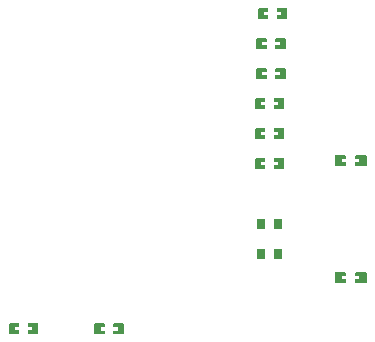
<source format=gtp>
G04 Layer: TopPasteMaskLayer*
G04 EasyEDA v6.5.22, 2023-02-15 17:28:14*
G04 889346655b5e4dd39cbf71a95156414b,7be1179030e74d40a97a3c751b95adb4,10*
G04 Gerber Generator version 0.2*
G04 Scale: 100 percent, Rotated: No, Reflected: No *
G04 Dimensions in millimeters *
G04 leading zeros omitted , absolute positions ,4 integer and 5 decimal *
%FSLAX45Y45*%
%MOMM*%

%ADD10R,0.8000X0.9000*%

%LPD*%
G36*
X-1560677Y857808D02*
G01*
X-1565706Y852779D01*
X-1565706Y830021D01*
X-1528673Y830021D01*
X-1528673Y797001D01*
X-1565706Y797001D01*
X-1565706Y772820D01*
X-1560677Y767791D01*
X-1480718Y767791D01*
X-1475689Y772820D01*
X-1475689Y852779D01*
X-1480718Y857808D01*
G37*
G36*
X-1719681Y857808D02*
G01*
X-1724710Y852779D01*
X-1724710Y772820D01*
X-1719681Y767791D01*
X-1640687Y767791D01*
X-1635709Y772820D01*
X-1635709Y797001D01*
X-1673707Y797001D01*
X-1673707Y830021D01*
X-1635709Y830021D01*
X-1635709Y852779D01*
X-1640687Y857808D01*
G37*
G36*
X-1560677Y1111808D02*
G01*
X-1565706Y1106779D01*
X-1565706Y1084021D01*
X-1528673Y1084021D01*
X-1528673Y1051001D01*
X-1565706Y1051001D01*
X-1565706Y1026820D01*
X-1560677Y1021791D01*
X-1480718Y1021791D01*
X-1475689Y1026820D01*
X-1475689Y1106779D01*
X-1480718Y1111808D01*
G37*
G36*
X-1719681Y1111808D02*
G01*
X-1724710Y1106779D01*
X-1724710Y1026820D01*
X-1719681Y1021791D01*
X-1640687Y1021791D01*
X-1635709Y1026820D01*
X-1635709Y1051001D01*
X-1673707Y1051001D01*
X-1673707Y1084021D01*
X-1635709Y1084021D01*
X-1635709Y1106779D01*
X-1640687Y1111808D01*
G37*
G36*
X-1560677Y1365808D02*
G01*
X-1565706Y1360779D01*
X-1565706Y1338021D01*
X-1528673Y1338021D01*
X-1528673Y1305001D01*
X-1565706Y1305001D01*
X-1565706Y1280820D01*
X-1560677Y1275791D01*
X-1480718Y1275791D01*
X-1475689Y1280820D01*
X-1475689Y1360779D01*
X-1480718Y1365808D01*
G37*
G36*
X-1719681Y1365808D02*
G01*
X-1724710Y1360779D01*
X-1724710Y1280820D01*
X-1719681Y1275791D01*
X-1640687Y1275791D01*
X-1635709Y1280820D01*
X-1635709Y1305001D01*
X-1673707Y1305001D01*
X-1673707Y1338021D01*
X-1635709Y1338021D01*
X-1635709Y1360779D01*
X-1640687Y1365808D01*
G37*
G36*
X-1547977Y1619808D02*
G01*
X-1553006Y1614779D01*
X-1553006Y1592021D01*
X-1515973Y1592021D01*
X-1515973Y1559001D01*
X-1553006Y1559001D01*
X-1553006Y1534820D01*
X-1547977Y1529791D01*
X-1468018Y1529791D01*
X-1462989Y1534820D01*
X-1462989Y1614779D01*
X-1468018Y1619808D01*
G37*
G36*
X-1706981Y1619808D02*
G01*
X-1712010Y1614779D01*
X-1712010Y1534820D01*
X-1706981Y1529791D01*
X-1627987Y1529791D01*
X-1623009Y1534820D01*
X-1623009Y1559001D01*
X-1661007Y1559001D01*
X-1661007Y1592021D01*
X-1623009Y1592021D01*
X-1623009Y1614779D01*
X-1627987Y1619808D01*
G37*
G36*
X-1547977Y1873808D02*
G01*
X-1553006Y1868779D01*
X-1553006Y1846021D01*
X-1515973Y1846021D01*
X-1515973Y1813001D01*
X-1553006Y1813001D01*
X-1553006Y1788820D01*
X-1547977Y1783791D01*
X-1468018Y1783791D01*
X-1462989Y1788820D01*
X-1462989Y1868779D01*
X-1468018Y1873808D01*
G37*
G36*
X-1706981Y1873808D02*
G01*
X-1712010Y1868779D01*
X-1712010Y1788820D01*
X-1706981Y1783791D01*
X-1627987Y1783791D01*
X-1623009Y1788820D01*
X-1623009Y1813001D01*
X-1661007Y1813001D01*
X-1661007Y1846021D01*
X-1623009Y1846021D01*
X-1623009Y1868779D01*
X-1627987Y1873808D01*
G37*
G36*
X-1535277Y2127808D02*
G01*
X-1540306Y2122779D01*
X-1540306Y2100021D01*
X-1503273Y2100021D01*
X-1503273Y2067001D01*
X-1540306Y2067001D01*
X-1540306Y2042820D01*
X-1535277Y2037791D01*
X-1455318Y2037791D01*
X-1450289Y2042820D01*
X-1450289Y2122779D01*
X-1455318Y2127808D01*
G37*
G36*
X-1694281Y2127808D02*
G01*
X-1699310Y2122779D01*
X-1699310Y2042820D01*
X-1694281Y2037791D01*
X-1615287Y2037791D01*
X-1610309Y2042820D01*
X-1610309Y2067001D01*
X-1648307Y2067001D01*
X-1648307Y2100021D01*
X-1610309Y2100021D01*
X-1610309Y2122779D01*
X-1615287Y2127808D01*
G37*
G36*
X-3078581Y-539191D02*
G01*
X-3083610Y-544220D01*
X-3083610Y-624179D01*
X-3078581Y-629208D01*
X-2998622Y-629208D01*
X-2993593Y-624179D01*
X-2993593Y-601421D01*
X-3030626Y-601421D01*
X-3030626Y-568401D01*
X-2993593Y-568401D01*
X-2993593Y-544220D01*
X-2998622Y-539191D01*
G37*
G36*
X-2918612Y-539191D02*
G01*
X-2923590Y-544220D01*
X-2923590Y-568401D01*
X-2885592Y-568401D01*
X-2885592Y-601421D01*
X-2923590Y-601421D01*
X-2923590Y-624179D01*
X-2918612Y-629208D01*
X-2839618Y-629208D01*
X-2834589Y-624179D01*
X-2834589Y-544220D01*
X-2839618Y-539191D01*
G37*
G36*
X-3643477Y-539191D02*
G01*
X-3648506Y-544220D01*
X-3648506Y-566978D01*
X-3611473Y-566978D01*
X-3611473Y-599998D01*
X-3648506Y-599998D01*
X-3648506Y-624179D01*
X-3643477Y-629208D01*
X-3563518Y-629208D01*
X-3558489Y-624179D01*
X-3558489Y-544220D01*
X-3563518Y-539191D01*
G37*
G36*
X-3802481Y-539191D02*
G01*
X-3807510Y-544220D01*
X-3807510Y-624179D01*
X-3802481Y-629208D01*
X-3723487Y-629208D01*
X-3718509Y-624179D01*
X-3718509Y-599998D01*
X-3756507Y-599998D01*
X-3756507Y-566978D01*
X-3718509Y-566978D01*
X-3718509Y-544220D01*
X-3723487Y-539191D01*
G37*
G36*
X-869391Y883208D02*
G01*
X-874420Y878179D01*
X-874420Y853186D01*
X-844397Y853186D01*
X-844397Y823214D01*
X-874420Y823214D01*
X-874420Y798220D01*
X-869391Y793191D01*
X-784402Y793191D01*
X-779373Y798220D01*
X-779373Y878179D01*
X-784402Y883208D01*
G37*
G36*
X-1044397Y883208D02*
G01*
X-1049375Y878179D01*
X-1049375Y798220D01*
X-1044397Y793191D01*
X-959408Y793191D01*
X-954379Y798220D01*
X-954379Y823214D01*
X-984402Y823214D01*
X-984402Y853186D01*
X-954379Y853186D01*
X-954379Y878179D01*
X-959408Y883208D01*
G37*
G36*
X-1044397Y-107391D02*
G01*
X-1049426Y-112420D01*
X-1049426Y-192379D01*
X-1044397Y-197408D01*
X-959408Y-197408D01*
X-954379Y-192379D01*
X-954379Y-167386D01*
X-984402Y-167386D01*
X-984402Y-137414D01*
X-954379Y-137414D01*
X-954379Y-112420D01*
X-959408Y-107391D01*
G37*
G36*
X-869391Y-107391D02*
G01*
X-874420Y-112420D01*
X-874420Y-137414D01*
X-844397Y-137414D01*
X-844397Y-167386D01*
X-874420Y-167386D01*
X-874420Y-192379D01*
X-869391Y-197408D01*
X-784402Y-197408D01*
X-779424Y-192379D01*
X-779424Y-112420D01*
X-784402Y-107391D01*
G37*
D10*
G01*
X-1530197Y304800D03*
G01*
X-1670202Y304800D03*
G01*
X-1530197Y50800D03*
G01*
X-1670202Y50800D03*
M02*

</source>
